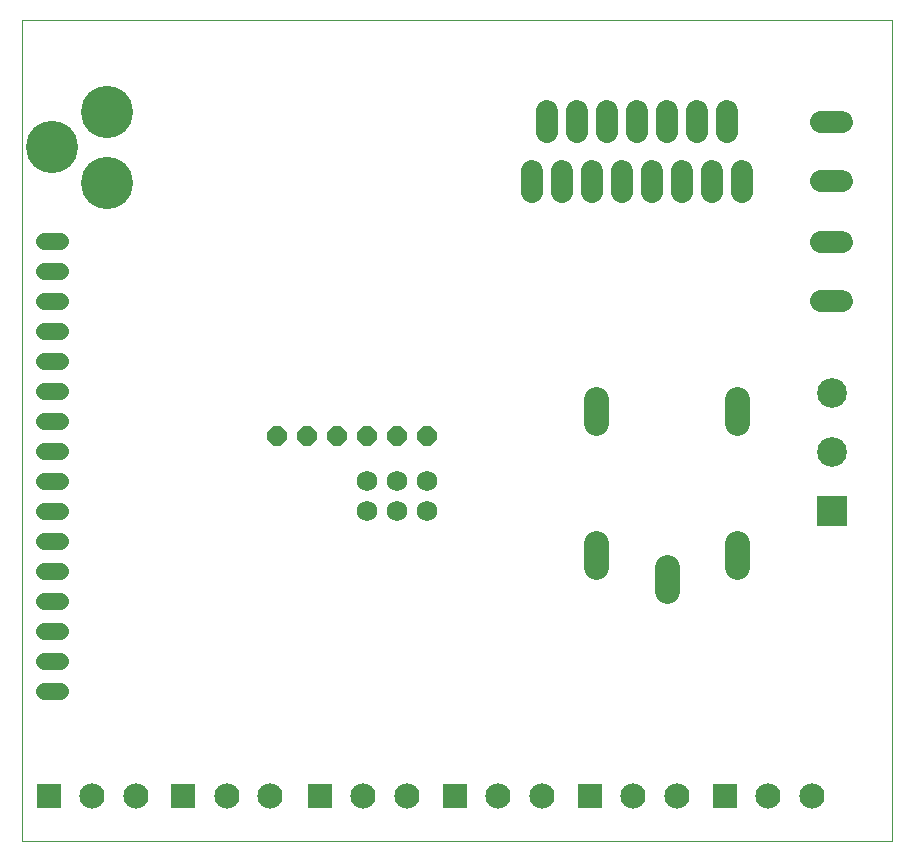
<source format=gbs>
G75*
%MOIN*%
%OFA0B0*%
%FSLAX25Y25*%
%IPPOS*%
%LPD*%
%AMOC8*
5,1,8,0,0,1.08239X$1,22.5*
%
%ADD10C,0.00000*%
%ADD11OC8,0.06400*%
%ADD12C,0.07487*%
%ADD13C,0.06800*%
%ADD14C,0.17400*%
%ADD15R,0.09900X0.09900*%
%ADD16C,0.09900*%
%ADD17C,0.07450*%
%ADD18C,0.08200*%
%ADD19R,0.08400X0.08400*%
%ADD20C,0.08400*%
%ADD21C,0.05600*%
D10*
X0004167Y0001800D02*
X0004167Y0275501D01*
X0294088Y0275501D01*
X0294088Y0001800D01*
X0004167Y0001800D01*
D11*
X0089167Y0136800D03*
X0099167Y0136800D03*
X0109167Y0136800D03*
X0119167Y0136800D03*
X0129167Y0136800D03*
X0139167Y0136800D03*
D12*
X0174167Y0218257D02*
X0174167Y0225343D01*
X0184167Y0225343D02*
X0184167Y0218257D01*
X0194167Y0218257D02*
X0194167Y0225343D01*
X0204167Y0225343D02*
X0204167Y0218257D01*
X0214167Y0218257D02*
X0214167Y0225343D01*
X0224167Y0225343D02*
X0224167Y0218257D01*
X0234167Y0218257D02*
X0234167Y0225343D01*
X0244167Y0225343D02*
X0244167Y0218257D01*
X0239167Y0238257D02*
X0239167Y0245343D01*
X0229167Y0245343D02*
X0229167Y0238257D01*
X0219167Y0238257D02*
X0219167Y0245343D01*
X0209167Y0245343D02*
X0209167Y0238257D01*
X0199167Y0238257D02*
X0199167Y0245343D01*
X0189167Y0245343D02*
X0189167Y0238257D01*
X0179167Y0238257D02*
X0179167Y0245343D01*
D13*
X0139167Y0121800D03*
X0139167Y0111800D03*
X0129167Y0111800D03*
X0119167Y0111800D03*
X0119167Y0121800D03*
X0129167Y0121800D03*
D14*
X0032667Y0221363D03*
X0014163Y0233174D03*
X0032667Y0244985D03*
D15*
X0274167Y0111800D03*
D16*
X0274167Y0131485D03*
X0274167Y0151170D03*
D17*
X0277692Y0181957D02*
X0270642Y0181957D01*
X0270642Y0201643D02*
X0277692Y0201643D01*
X0277692Y0221957D02*
X0270642Y0221957D01*
X0270642Y0241643D02*
X0277692Y0241643D01*
D18*
X0242667Y0149200D02*
X0242667Y0141400D01*
X0242667Y0101200D02*
X0242667Y0093400D01*
X0219167Y0093200D02*
X0219167Y0085400D01*
X0195667Y0093400D02*
X0195667Y0101200D01*
X0195667Y0141400D02*
X0195667Y0149200D01*
D19*
X0193467Y0016800D03*
X0238467Y0016800D03*
X0148467Y0016800D03*
X0103467Y0016800D03*
X0057967Y0016800D03*
X0013167Y0016800D03*
D20*
X0027646Y0016800D03*
X0042126Y0016800D03*
X0072446Y0016800D03*
X0086926Y0016800D03*
X0117946Y0016800D03*
X0132426Y0016800D03*
X0162946Y0016800D03*
X0177426Y0016800D03*
X0207946Y0016800D03*
X0222426Y0016800D03*
X0252946Y0016800D03*
X0267426Y0016800D03*
D21*
X0016767Y0051800D02*
X0011567Y0051800D01*
X0011567Y0061800D02*
X0016767Y0061800D01*
X0016767Y0071800D02*
X0011567Y0071800D01*
X0011567Y0081800D02*
X0016767Y0081800D01*
X0016767Y0091800D02*
X0011567Y0091800D01*
X0011567Y0101800D02*
X0016767Y0101800D01*
X0016767Y0111800D02*
X0011567Y0111800D01*
X0011567Y0121800D02*
X0016767Y0121800D01*
X0016767Y0131800D02*
X0011567Y0131800D01*
X0011567Y0141800D02*
X0016767Y0141800D01*
X0016767Y0151800D02*
X0011567Y0151800D01*
X0011567Y0161800D02*
X0016767Y0161800D01*
X0016767Y0171800D02*
X0011567Y0171800D01*
X0011567Y0181800D02*
X0016767Y0181800D01*
X0016767Y0191800D02*
X0011567Y0191800D01*
X0011567Y0201800D02*
X0016767Y0201800D01*
M02*

</source>
